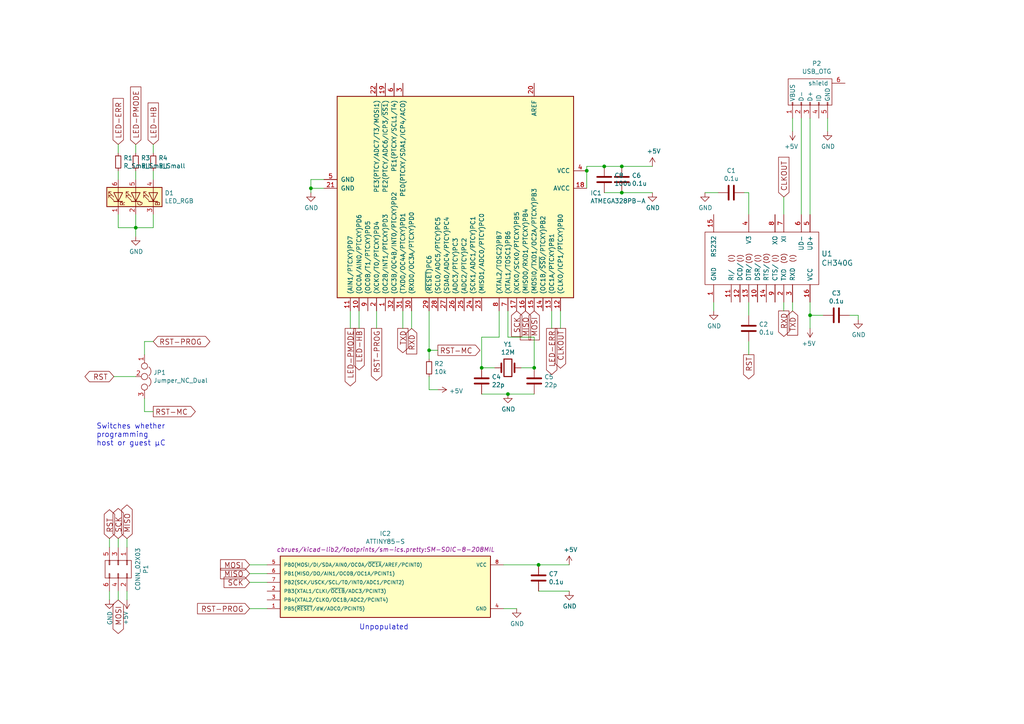
<source format=kicad_sch>
(kicad_sch (version 20230121) (generator eeschema)
  (paper "A4")
  (lib_symbols
    (symbol "ch340g:CH340G" (pin_names (offset 1.016))
      (property "Reference" "U" (at 0 -16.51 0))
      (property "Value" "CH340G" (at 0 19.05 0))
      (symbol "CH340G_0_0"
        (rectangle (start -7.62 17.78) (end 7.62 -15.24))
        (text "(I)" (at 0 -7.62 0) (effects (font (size 1.27 1.27))))
        (text "(I)" (at 0 -5.08 0) (effects (font (size 1.27 1.27))))
        (text "(I)" (at 0 0 0) (effects (font (size 1.27 1.27))))
        (text "(I)" (at 0 5.08 0) (effects (font (size 1.27 1.27))))
        (text "(I)" (at 0 10.16 0) (effects (font (size 1.27 1.27))))
        (text "(O)" (at 0 -2.54 0) (effects (font (size 1.27 1.27))))
        (text "(O)" (at 0 2.54 0) (effects (font (size 1.27 1.27))))
        (text "(O)" (at 0 7.62 0) (effects (font (size 1.27 1.27))))
      )
      (symbol "CH340G_1_1"
        (pin power_in line (at 12.7 -12.7 180) (length 5.08) (name "GND") (number "1"))
        (pin input line (at 12.7 0 180) (length 5.08) (name "DSR/") (number "10"))
        (pin input line (at 12.7 -7.62 180) (length 5.08) (name "RI/") (number "11"))
        (pin input line (at 12.7 -5.08 180) (length 5.08) (name "DCD/") (number "12"))
        (pin output line (at 12.7 -2.54 180) (length 5.08) (name "DTR/") (number "13"))
        (pin output line (at 12.7 2.54 180) (length 5.08) (name "RTS/") (number "14"))
        (pin input line (at -12.7 -12.7 0) (length 5.08) (name "RS232") (number "15"))
        (pin power_in line (at 12.7 15.24 180) (length 5.08) (name "VCC") (number "16"))
        (pin output line (at 12.7 7.62 180) (length 5.08) (name "TXD") (number "2"))
        (pin input line (at 12.7 10.16 180) (length 5.08) (name "RXD") (number "3"))
        (pin power_out line (at -12.7 -2.54 0) (length 5.08) (name "V3") (number "4"))
        (pin bidirectional line (at -12.7 15.24 0) (length 5.08) (name "UD+") (number "5"))
        (pin bidirectional line (at -12.7 12.7 0) (length 5.08) (name "UD-") (number "6"))
        (pin input line (at -12.7 7.62 0) (length 5.08) (name "XI") (number "7"))
        (pin output line (at -12.7 5.08 0) (length 5.08) (name "XO") (number "8"))
        (pin input line (at 12.7 5.08 180) (length 5.08) (name "CTS/") (number "9"))
      )
    )
    (symbol "urchin-rescue:+5V" (power) (pin_names (offset 0))
      (property "Value" "+5V" (at 0 3.556 0))
      (symbol "+5V_0_1"
        (polyline (pts (xy -0.762 1.27) (xy 0 2.54)))
        (polyline (pts (xy 0 0) (xy 0 2.54)))
        (polyline (pts (xy 0 2.54) (xy 0.762 1.27)))
      )
      (symbol "+5V_1_1"
        (pin power_in line (at 0 0 90) (length 0) hide (name "+5V") (number "1"))
      )
    )
    (symbol "urchin-rescue:ATMEGA328PB-A" (pin_names (offset 1.016))
      (property "Reference" "IC" (at -10.16 37.465 0))
      (property "Value" "ATMEGA328PB-A" (at -10.16 35.56 0))
      (symbol "ATMEGA328PB-A_0_1"
        (rectangle (start -29.21 34.29) (end 29.21 -34.29) (stroke (width 0.254)) (fill (type background)))
      )
      (symbol "ATMEGA328PB-A_1_1"
        (pin bidirectional line (at 33.02 -20.32 180) (length 3.81) (name "(OC2B/INT1/PTCXY)PD3") (number "1"))
        (pin bidirectional line (at 33.02 -27.94 180) (length 3.81) (name "(OC0A/AIN0/PTCXY)PD6") (number "10"))
        (pin bidirectional line (at 33.02 -30.48 180) (length 3.81) (name "(AIN1/PTCXY)PD7") (number "11"))
        (pin bidirectional line (at 33.02 30.48 180) (length 3.81) (name "(CLKO/ICP1/PTCXY)PB0") (number "12"))
        (pin bidirectional line (at 33.02 27.94 180) (length 3.81) (name "(OC1A/PTCXY)PB1") (number "13"))
        (pin bidirectional line (at 33.02 25.4 180) (length 3.81) (name "(OC1B/~{SS0}/PTCXY)PB2") (number "14"))
        (pin bidirectional line (at 33.02 22.86 180) (length 3.81) (name "(MOSI0/TXD1/OC2A/PTCXY)PB3") (number "15"))
        (pin bidirectional line (at 33.02 20.32 180) (length 3.81) (name "(MISO0/RXD1/PTCXY)PB4") (number "16"))
        (pin bidirectional line (at 33.02 17.78 180) (length 3.81) (name "(XCK0/SCK0/PTCXY)PB5") (number "17"))
        (pin power_in line (at -2.54 38.1 270) (length 3.81) (name "AVCC") (number "18"))
        (pin bidirectional line (at -33.02 -20.32 0) (length 3.81) (name "PE2(PTCY/ADC6/ICP3/~{SS1})") (number "19"))
        (pin bidirectional line (at 33.02 -22.86 180) (length 3.81) (name "(XCK0/T0/PTCXY)PD4") (number "2"))
        (pin bidirectional line (at -33.02 22.86 0) (length 3.81) (name "AREF") (number "20"))
        (pin power_in line (at -2.54 -38.1 90) (length 3.81) (name "GND") (number "21"))
        (pin bidirectional line (at -33.02 -22.86 0) (length 3.81) (name "PE3(PTCY/ADC7/T3/MOSI1)") (number "22"))
        (pin bidirectional line (at 33.02 7.62 180) (length 3.81) (name "(MISO1/ADC0/PTCY)PC0") (number "23"))
        (pin bidirectional line (at 33.02 5.08 180) (length 3.81) (name "(SCK1/ADC1/PTCY)PC1") (number "24"))
        (pin bidirectional line (at 33.02 2.54 180) (length 3.81) (name "(ADC2/PTCY)PC2") (number "25"))
        (pin bidirectional line (at 33.02 0 180) (length 3.81) (name "(ADC3/PTCY)PC3") (number "26"))
        (pin bidirectional line (at 33.02 -2.54 180) (length 3.81) (name "(SDA0/ADC4/PTCY)PC4") (number "27"))
        (pin bidirectional line (at 33.02 -5.08 180) (length 3.81) (name "(SCL0/ADC5/PTCY)PC5") (number "28"))
        (pin bidirectional line (at 33.02 -7.62 180) (length 3.81) (name "(~{RESET})PC6") (number "29"))
        (pin bidirectional line (at -33.02 -15.24 0) (length 3.81) (name "PE0(PTCXY/SDA1/ICP4/ACO)") (number "3"))
        (pin bidirectional line (at 33.02 -12.7 180) (length 3.81) (name "(RXD0/OC3A/PTCXY)PD0") (number "30"))
        (pin bidirectional line (at 33.02 -15.24 180) (length 3.81) (name "(TXD0/OC4A/PTCXY)PD1") (number "31"))
        (pin bidirectional line (at 33.02 -17.78 180) (length 3.81) (name "(OC3B/OC4B/INT0/PTCXY)PD2") (number "32"))
        (pin power_in line (at -7.62 38.1 270) (length 3.81) (name "VCC") (number "4"))
        (pin power_in line (at -5.08 -38.1 90) (length 3.81) (name "GND") (number "5"))
        (pin bidirectional line (at -33.02 -17.78 0) (length 3.81) (name "PE1(PTCXY/SCL1/T4)") (number "6"))
        (pin bidirectional line (at 33.02 15.24 180) (length 3.81) (name "(XTAL1/TOSC1)PB6") (number "7"))
        (pin bidirectional line (at 33.02 12.7 180) (length 3.81) (name "(XTAL2/TOSC2)PB7") (number "8"))
        (pin bidirectional line (at 33.02 -25.4 180) (length 3.81) (name "(OC0B/T1/PTCXY)PD5") (number "9"))
      )
    )
    (symbol "urchin-rescue:ATTINY85-S" (pin_names (offset 1.016))
      (property "Reference" "IC" (at -29.21 10.16 0))
      (property "Value" "ATTINY85-S" (at 25.4 -10.16 0))
      (property "Footprint" "SO8-200" (at 24.13 0 0))
      (symbol "ATTINY85-S_0_1"
        (rectangle (start -30.48 8.89) (end 30.48 -8.89) (stroke (width 0.254)) (fill (type background)))
      )
      (symbol "ATTINY85-S_1_1"
        (pin bidirectional line (at -34.29 -6.35 0) (length 3.81) (name "PB5(~{RESET}/dW/ADC0/PCINT5)") (number "1"))
        (pin bidirectional line (at -34.29 -1.27 0) (length 3.81) (name "PB3(XTAL1/CLKI/~{OC1B}/ADC3/PCINT3)") (number "2"))
        (pin bidirectional line (at -34.29 -3.81 0) (length 3.81) (name "PB4(XTAL2/CLKO/OC1B/ADC2/PCINT4)") (number "3"))
        (pin power_in line (at 34.29 -6.35 180) (length 3.81) (name "GND") (number "4"))
        (pin bidirectional line (at -34.29 6.35 0) (length 3.81) (name "PB0(MOSI/DI/SDA/AIN0/OC0A/~{OC1A}/AREF/PCINT0)") (number "5"))
        (pin bidirectional line (at -34.29 3.81 0) (length 3.81) (name "PB1(MISO/DO/AIN1/OC0B/OC1A/PCINT1)") (number "6"))
        (pin bidirectional line (at -34.29 1.27 0) (length 3.81) (name "PB2(SCK/USCK/SCL/T0/INT0/ADC1/PCINT2)") (number "7"))
        (pin power_in line (at 34.29 6.35 180) (length 3.81) (name "VCC") (number "8"))
      )
    )
    (symbol "urchin-rescue:C" (pin_numbers hide) (pin_names (offset 0.254))
      (property "Reference" "C" (at 0.635 2.54 0))
      (property "Value" "C" (at 0.635 -2.54 0))
      (symbol "C_0_1"
        (polyline (pts (xy -2.032 -0.762) (xy 2.032 -0.762)) (stroke (width 0.508)))
        (polyline (pts (xy -2.032 0.762) (xy 2.032 0.762)) (stroke (width 0.508)))
      )
      (symbol "C_1_1"
        (pin passive line (at 0 3.81 270) (length 2.794) (name "~") (number "1"))
        (pin passive line (at 0 -3.81 90) (length 2.794) (name "~") (number "2"))
      )
    )
    (symbol "urchin-rescue:CONN_02X03" (pin_names (offset 0.0254) hide)
      (property "Reference" "P" (at 0 5.08 0))
      (property "Value" "CONN_02X03" (at 0 -5.08 0))
      (symbol "CONN_02X03_0_1"
        (rectangle (start -2.54 -2.413) (end -1.27 -2.667))
        (rectangle (start -2.54 0.127) (end -1.27 -0.127))
        (rectangle (start -2.54 2.667) (end -1.27 2.413))
        (rectangle (start -2.54 3.81) (end 2.54 -3.81))
        (rectangle (start 1.27 -2.413) (end 2.54 -2.667))
        (rectangle (start 1.27 0.127) (end 2.54 -0.127))
        (rectangle (start 1.27 2.667) (end 2.54 2.413))
      )
      (symbol "CONN_02X03_1_1"
        (pin passive line (at -6.35 2.54 0) (length 3.81) (name "P1") (number "1"))
        (pin passive line (at 6.35 2.54 180) (length 3.81) (name "P2") (number "2"))
        (pin passive line (at -6.35 0 0) (length 3.81) (name "P3") (number "3"))
        (pin passive line (at 6.35 0 180) (length 3.81) (name "P4") (number "4"))
        (pin passive line (at -6.35 -2.54 0) (length 3.81) (name "P5") (number "5"))
        (pin passive line (at 6.35 -2.54 180) (length 3.81) (name "P6") (number "6"))
      )
    )
    (symbol "urchin-rescue:Crystal" (pin_numbers hide) (pin_names (offset 1.016) hide)
      (property "Reference" "Y" (at 0 3.81 0))
      (property "Value" "Crystal" (at 0 -3.81 0))
      (symbol "Crystal_0_1"
        (rectangle (start -1.143 2.54) (end 1.143 -2.54) (stroke (width 0.3048)))
        (polyline (pts (xy -2.54 0) (xy -1.905 0)))
        (polyline (pts (xy -1.905 -1.27) (xy -1.905 1.27)) (stroke (width 0.508)))
        (polyline (pts (xy 1.905 -1.27) (xy 1.905 1.27)) (stroke (width 0.508)))
        (polyline (pts (xy 2.54 0) (xy 1.905 0)))
      )
      (symbol "Crystal_1_1"
        (pin passive line (at -3.81 0 0) (length 1.27) (name "1") (number "1"))
        (pin passive line (at 3.81 0 180) (length 1.27) (name "2") (number "2"))
      )
    )
    (symbol "urchin-rescue:GND" (power) (pin_names (offset 0))
      (property "Value" "GND" (at 0 -3.81 0))
      (symbol "GND_0_1"
        (polyline (pts (xy 0 0) (xy 0 -1.27) (xy 1.27 -1.27) (xy 0 -2.54) (xy -1.27 -1.27) (xy 0 -1.27)))
      )
      (symbol "GND_1_1"
        (pin power_in line (at 0 0 270) (length 0) hide (name "GND") (number "1"))
      )
    )
    (symbol "urchin-rescue:Jumper_NC_Dual" (pin_names (offset 0.762) hide)
      (property "Reference" "JP" (at 1.27 -2.54 0))
      (property "Value" "Jumper_NC_Dual" (at 0 2.54 0))
      (symbol "Jumper_NC_Dual_0_1"
        (circle (center -3.048 0) (radius 0.889))
        (arc (start -0.254 1.27) (mid -1.524 1.8804) (end -2.794 1.27))
        (circle (center 0 0) (radius 0.9144))
        (arc (start 2.794 1.27) (mid 1.524 1.8804) (end 0.254 1.27))
        (circle (center 3.048 0) (radius 0.889))
        (pin passive line (at -6.35 0 0) (length 2.413) (name "1") (number "1"))
        (pin passive line (at 0 -2.54 90) (length 1.524) (name "2") (number "2"))
        (pin passive line (at 6.35 0 180) (length 2.413) (name "3") (number "3"))
      )
    )
    (symbol "urchin-rescue:LED_RGB" (pin_names (offset 0) hide)
      (property "Reference" "D" (at 0 9.398 0))
      (property "Value" "LED_RGB" (at 0 -8.89 0))
      (symbol "LED_RGB_0_0"
        (text "B" (at -1.905 -6.35 0) (effects (font (size 1.27 1.27))))
        (text "G" (at -1.905 -1.27 0) (effects (font (size 1.27 1.27))))
        (text "R" (at -1.905 3.81 0) (effects (font (size 1.27 1.27))))
      )
      (symbol "LED_RGB_0_1"
        (polyline (pts (xy -1.27 -5.08) (xy -2.54 -5.08)))
        (polyline (pts (xy -1.27 -5.08) (xy 1.27 -5.08)))
        (polyline (pts (xy -1.27 -3.81) (xy -1.27 -6.35)))
        (polyline (pts (xy -1.27 -3.81) (xy -1.27 -6.35)) (stroke (width 0.2032)))
        (polyline (pts (xy -1.27 0) (xy -2.54 0)))
        (polyline (pts (xy -1.27 1.27) (xy -1.27 -1.27)) (stroke (width 0.2032)))
        (polyline (pts (xy -1.27 5.08) (xy -2.54 5.08)))
        (polyline (pts (xy -1.27 5.08) (xy 1.27 5.08)))
        (polyline (pts (xy -1.27 6.35) (xy -1.27 3.81)) (stroke (width 0.2032)))
        (polyline (pts (xy 1.27 -5.08) (xy 2.54 -5.08)))
        (polyline (pts (xy 1.27 0) (xy -1.27 0)))
        (polyline (pts (xy 1.27 0) (xy 2.54 0)))
        (polyline (pts (xy 1.27 5.08) (xy 2.54 5.08)))
        (polyline (pts (xy -1.27 1.27) (xy -1.27 -1.27) (xy -1.27 -1.27)))
        (polyline (pts (xy -1.27 6.35) (xy -1.27 3.81) (xy -1.27 3.81)))
        (polyline (pts (xy 1.27 -3.81) (xy 1.27 -6.35) (xy -1.27 -5.08) (xy 1.27 -3.81)) (stroke (width 0.2032)))
        (polyline (pts (xy 1.27 1.27) (xy 1.27 -1.27) (xy -1.27 0) (xy 1.27 1.27)) (stroke (width 0.2032)))
        (polyline (pts (xy 1.27 6.35) (xy 1.27 3.81) (xy -1.27 5.08) (xy 1.27 6.35)) (stroke (width 0.2032)))
        (polyline (pts (xy -1.016 -3.81) (xy 0.508 -2.286) (xy -0.254 -2.286) (xy 0.508 -2.286) (xy 0.508 -3.048)))
        (polyline (pts (xy -1.016 1.27) (xy 0.508 2.794) (xy -0.254 2.794) (xy 0.508 2.794) (xy 0.508 2.032)))
        (polyline (pts (xy -1.016 6.35) (xy 0.508 7.874) (xy -0.254 7.874) (xy 0.508 7.874) (xy 0.508 7.112)))
        (polyline (pts (xy 0 -3.81) (xy 1.524 -2.286) (xy 0.762 -2.286) (xy 1.524 -2.286) (xy 1.524 -3.048)))
        (polyline (pts (xy 0 1.27) (xy 1.524 2.794) (xy 0.762 2.794) (xy 1.524 2.794) (xy 1.524 2.032)))
        (polyline (pts (xy 0 6.35) (xy 1.524 7.874) (xy 0.762 7.874) (xy 1.524 7.874) (xy 1.524 7.112)))
        (rectangle (start 1.27 -1.27) (end 1.27 1.27))
        (rectangle (start 1.27 1.27) (end 1.27 1.27))
        (rectangle (start 1.27 3.81) (end 1.27 6.35))
        (rectangle (start 1.27 6.35) (end 1.27 6.35))
        (rectangle (start 2.794 8.382) (end -2.794 -7.62) (stroke (width 0.254)) (fill (type background)))
      )
      (symbol "LED_RGB_1_1"
        (pin passive line (at -5.08 5.08 0) (length 2.54) (name "RK") (number "1"))
        (pin passive line (at -5.08 0 0) (length 2.54) (name "GK") (number "2"))
        (pin passive line (at -5.08 -5.08 0) (length 2.54) (name "BK") (number "3"))
        (pin passive line (at 5.08 -5.08 180) (length 2.54) (name "BA") (number "4"))
        (pin passive line (at 5.08 0 180) (length 2.54) (name "GA") (number "5"))
        (pin passive line (at 5.08 5.08 180) (length 2.54) (name "RA") (number "6"))
      )
    )
    (symbol "urchin-rescue:R_Small" (pin_numbers hide) (pin_names (offset 0.254) hide)
      (property "Reference" "R" (at 0.762 0.508 0))
      (property "Value" "R_Small" (at 0.762 -1.016 0))
      (symbol "R_Small_0_1"
        (rectangle (start -0.762 1.778) (end 0.762 -1.778) (stroke (width 0.2032)))
      )
      (symbol "R_Small_1_1"
        (pin passive line (at 0 2.54 270) (length 0.762) (name "~") (number "1"))
        (pin passive line (at 0 -2.54 90) (length 0.762) (name "~") (number "2"))
      )
    )
    (symbol "urchin-rescue:USB_OTG" (pin_names (offset 1.016))
      (property "Reference" "P" (at 8.255 -3.175 0))
      (property "Value" "USB_OTG" (at 0 5.08 0))
      (symbol "USB_OTG_0_1"
        (rectangle (start -6.35 -3.81) (end 6.35 3.81))
        (rectangle (start -5.207 -3.81) (end -4.953 -3.048))
        (rectangle (start -2.667 -3.81) (end -2.413 -3.048))
        (rectangle (start -0.127 -3.81) (end 0.127 -3.048))
        (rectangle (start 2.413 -3.81) (end 2.667 -3.048))
        (rectangle (start 4.953 -3.81) (end 5.207 -3.048))
      )
      (symbol "USB_OTG_1_1"
        (pin power_out line (at -5.08 -7.62 90) (length 3.81) (name "VBUS") (number "1"))
        (pin passive line (at -2.54 -7.62 90) (length 3.81) (name "D-") (number "2"))
        (pin passive line (at 0 -7.62 90) (length 3.81) (name "D+") (number "3"))
        (pin power_in line (at 2.54 -7.62 90) (length 3.81) (name "ID") (number "4"))
        (pin power_in line (at 5.08 -7.62 90) (length 3.81) (name "GND") (number "5"))
        (pin passive line (at 10.16 2.54 180) (length 3.81) (name "shield") (number "6"))
      )
    )
  )
  (junction (at 124.46 101.6))
  (junction (at 175.26 48.26))
  (junction (at 234.95 91.44))
  (junction (at 39.37 66.04))
  (junction (at 139.7 106.68))
  (junction (at 147.32 114.3))
  (junction (at 90.17 54.61))
  (junction (at 180.34 55.88))
  (junction (at 156.21 163.83))
  (junction (at 154.94 106.68))
  (junction (at 180.34 48.26))
  (junction (at 170.18 49.53))
  (wire (pts (xy 72.39 176.53) (xy 77.47 176.53)))
  (wire (pts (xy 175.26 55.88) (xy 180.34 55.88)))
  (wire (pts (xy 39.37 41.91) (xy 39.37 44.45)))
  (wire (pts (xy 229.87 90.17) (xy 229.87 87.63)))
  (wire (pts (xy 34.29 62.23) (xy 34.29 66.04)))
  (wire (pts (xy 39.37 66.04) (xy 39.37 68.58)))
  (wire (pts (xy 227.33 57.15) (xy 227.33 62.23)))
  (wire (pts (xy 93.98 54.61) (xy 90.17 54.61)))
  (wire (pts (xy 39.37 49.53) (xy 39.37 52.07)))
  (wire (pts (xy 36.83 156.21) (xy 36.83 158.75)))
  (wire (pts (xy 146.05 163.83) (xy 156.21 163.83)))
  (wire (pts (xy 162.56 95.25) (xy 162.56 90.17)))
  (wire (pts (xy 170.18 48.26) (xy 170.18 49.53)))
  (wire (pts (xy 119.38 95.25) (xy 119.38 90.17)))
  (wire (pts (xy 146.05 176.53) (xy 149.86 176.53)))
  (wire (pts (xy 44.45 49.53) (xy 44.45 52.07)))
  (wire (pts (xy 139.7 114.3) (xy 147.32 114.3)))
  (wire (pts (xy 208.28 55.88) (xy 204.47 55.88)))
  (wire (pts (xy 41.91 119.38) (xy 44.45 119.38)))
  (wire (pts (xy 160.02 90.17) (xy 160.02 95.25)))
  (wire (pts (xy 31.75 156.21) (xy 31.75 158.75)))
  (wire (pts (xy 215.9 55.88) (xy 217.17 55.88)))
  (wire (pts (xy 234.95 91.44) (xy 234.95 95.25)))
  (wire (pts (xy 234.95 87.63) (xy 234.95 91.44)))
  (wire (pts (xy 36.83 171.45) (xy 36.83 173.99)))
  (wire (pts (xy 139.7 106.68) (xy 143.51 106.68)))
  (wire (pts (xy 246.38 91.44) (xy 248.92 91.44)))
  (wire (pts (xy 124.46 101.6) (xy 124.46 104.14)))
  (wire (pts (xy 151.13 106.68) (xy 154.94 106.68)))
  (wire (pts (xy 109.22 95.25) (xy 109.22 90.17)))
  (wire (pts (xy 238.76 91.44) (xy 234.95 91.44)))
  (wire (pts (xy 175.26 48.26) (xy 180.34 48.26)))
  (wire (pts (xy 72.39 168.91) (xy 77.47 168.91)))
  (wire (pts (xy 90.17 52.07) (xy 93.98 52.07)))
  (wire (pts (xy 144.78 97.79) (xy 139.7 97.79)))
  (wire (pts (xy 44.45 66.04) (xy 44.45 62.23)))
  (wire (pts (xy 39.37 109.22) (xy 33.02 109.22)))
  (wire (pts (xy 240.03 38.1) (xy 240.03 34.29)))
  (wire (pts (xy 217.17 102.87) (xy 217.17 99.06)))
  (wire (pts (xy 232.41 34.29) (xy 232.41 62.23)))
  (wire (pts (xy 207.01 90.17) (xy 207.01 87.63)))
  (wire (pts (xy 72.39 163.83) (xy 77.47 163.83)))
  (wire (pts (xy 39.37 62.23) (xy 39.37 66.04)))
  (wire (pts (xy 154.94 97.79) (xy 154.94 106.68)))
  (wire (pts (xy 41.91 115.57) (xy 41.91 119.38)))
  (wire (pts (xy 34.29 41.91) (xy 34.29 44.45)))
  (wire (pts (xy 144.78 90.17) (xy 144.78 97.79)))
  (wire (pts (xy 34.29 66.04) (xy 39.37 66.04)))
  (wire (pts (xy 229.87 38.1) (xy 229.87 34.29)))
  (wire (pts (xy 180.34 48.26) (xy 189.23 48.26)))
  (wire (pts (xy 104.14 95.25) (xy 104.14 90.17)))
  (wire (pts (xy 147.32 97.79) (xy 154.94 97.79)))
  (wire (pts (xy 147.32 114.3) (xy 154.94 114.3)))
  (wire (pts (xy 101.6 95.25) (xy 101.6 90.17)))
  (wire (pts (xy 234.95 62.23) (xy 234.95 34.29)))
  (wire (pts (xy 248.92 91.44) (xy 248.92 92.71)))
  (wire (pts (xy 139.7 97.79) (xy 139.7 106.68)))
  (wire (pts (xy 217.17 91.44) (xy 217.17 87.63)))
  (wire (pts (xy 31.75 171.45) (xy 31.75 173.99)))
  (wire (pts (xy 156.21 163.83) (xy 165.1 163.83)))
  (wire (pts (xy 34.29 49.53) (xy 34.29 52.07)))
  (wire (pts (xy 44.45 41.91) (xy 44.45 44.45)))
  (wire (pts (xy 90.17 54.61) (xy 90.17 55.88)))
  (wire (pts (xy 170.18 49.53) (xy 170.18 54.61)))
  (wire (pts (xy 41.91 99.06) (xy 44.45 99.06)))
  (wire (pts (xy 170.18 48.26) (xy 175.26 48.26)))
  (wire (pts (xy 217.17 55.88) (xy 217.17 62.23)))
  (wire (pts (xy 127 101.6) (xy 124.46 101.6)))
  (wire (pts (xy 116.84 95.25) (xy 116.84 90.17)))
  (wire (pts (xy 41.91 102.87) (xy 41.91 99.06)))
  (wire (pts (xy 156.21 171.45) (xy 165.1 171.45)))
  (wire (pts (xy 147.32 90.17) (xy 147.32 97.79)))
  (wire (pts (xy 39.37 66.04) (xy 44.45 66.04)))
  (wire (pts (xy 227.33 90.17) (xy 227.33 87.63)))
  (wire (pts (xy 90.17 52.07) (xy 90.17 54.61)))
  (wire (pts (xy 127 113.03) (xy 124.46 113.03)))
  (wire (pts (xy 124.46 113.03) (xy 124.46 109.22)))
  (wire (pts (xy 34.29 171.45) (xy 34.29 173.99)))
  (wire (pts (xy 124.46 90.17) (xy 124.46 101.6)))
  (wire (pts (xy 72.39 166.37) (xy 77.47 166.37)))
  (wire (pts (xy 180.34 55.88) (xy 189.23 55.88)))
  (wire (pts (xy 34.29 156.21) (xy 34.29 158.75)))
  (text "Switches whether\nprogramming\nhost or guest µC" (at 27.94 129.54 0) (effects (font (size 1.524 1.524)) (justify left bottom)))
  (text "Unpopulated" (at 104.14 182.88 0) (effects (font (size 1.524 1.524)) (justify left bottom)))
  (global_label "MOSI" (shape bidirectional) (at 34.29 173.99 270) (effects (font (size 1.524 1.524))) (property "Intersheetrefs" "${INTERSHEET_REFS}" (effects hide)))
  (global_label "RST-PROG" (shape input) (at 72.39 176.53 180) (effects (font (size 1.524 1.524))) (property "Intersheetrefs" "${INTERSHEET_REFS}" (effects hide)))
  (global_label "CLKOUT" (shape output) (at 162.56 95.25 270) (effects (font (size 1.524 1.524))) (property "Intersheetrefs" "${INTERSHEET_REFS}" (effects hide)))
  (global_label "RST" (shape bidirectional) (at 33.02 109.22 180) (effects (font (size 1.524 1.524))) (property "Intersheetrefs" "${INTERSHEET_REFS}" (effects hide)))
  (global_label "MOSI" (shape input) (at 72.39 163.83 180) (effects (font (size 1.524 1.524))) (property "Intersheetrefs" "${INTERSHEET_REFS}" (effects hide)))
  (global_label "MISO" (shape input) (at 152.4 90.17 270) (effects (font (size 1.524 1.524))) (property "Intersheetrefs" "${INTERSHEET_REFS}" (effects hide)))
  (global_label "LED-PMODE" (shape output) (at 101.6 95.25 270) (effects (font (size 1.524 1.524))) (property "Intersheetrefs" "${INTERSHEET_REFS}" (effects hide)))
  (global_label "RXD" (shape input) (at 119.38 95.25 270) (effects (font (size 1.524 1.524))) (property "Intersheetrefs" "${INTERSHEET_REFS}" (effects hide)))
  (global_label "LED-ERR" (shape output) (at 160.02 95.25 270) (effects (font (size 1.524 1.524))) (property "Intersheetrefs" "${INTERSHEET_REFS}" (effects hide)))
  (global_label "LED-HB" (shape output) (at 104.14 95.25 270) (effects (font (size 1.524 1.524))) (property "Intersheetrefs" "${INTERSHEET_REFS}" (effects hide)))
  (global_label "CLKOUT" (shape input) (at 227.33 57.15 90) (effects (font (size 1.524 1.524))) (property "Intersheetrefs" "${INTERSHEET_REFS}" (effects hide)))
  (global_label "RST-PROG" (shape output) (at 109.22 95.25 270) (effects (font (size 1.524 1.524))) (property "Intersheetrefs" "${INTERSHEET_REFS}" (effects hide)))
  (global_label "RXD" (shape output) (at 227.33 90.17 270) (effects (font (size 1.524 1.524))) (property "Intersheetrefs" "${INTERSHEET_REFS}" (effects hide)))
  (global_label "TXD" (shape output) (at 116.84 95.25 270) (effects (font (size 1.524 1.524))) (property "Intersheetrefs" "${INTERSHEET_REFS}" (effects hide)))
  (global_label "RST-MC" (shape output) (at 44.45 119.38 0) (effects (font (size 1.524 1.524))) (property "Intersheetrefs" "${INTERSHEET_REFS}" (effects hide)))
  (global_label "MISO" (shape input) (at 72.39 166.37 180) (effects (font (size 1.524 1.524))) (property "Intersheetrefs" "${INTERSHEET_REFS}" (effects hide)))
  (global_label "MOSI" (shape input) (at 154.94 90.17 270) (effects (font (size 1.524 1.524))) (property "Intersheetrefs" "${INTERSHEET_REFS}" (effects hide)))
  (global_label "SCK" (shape input) (at 149.86 90.17 270) (effects (font (size 1.524 1.524))) (property "Intersheetrefs" "${INTERSHEET_REFS}" (effects hide)))
  (global_label "RST-MC" (shape output) (at 127 101.6 0) (effects (font (size 1.524 1.524))) (property "Intersheetrefs" "${INTERSHEET_REFS}" (effects hide)))
  (global_label "RST" (shape bidirectional) (at 31.75 156.21 90) (effects (font (size 1.524 1.524))) (property "Intersheetrefs" "${INTERSHEET_REFS}" (effects hide)))
  (global_label "TXD" (shape input) (at 229.87 90.17 270) (effects (font (size 1.524 1.524))) (property "Intersheetrefs" "${INTERSHEET_REFS}" (effects hide)))
  (global_label "LED-HB" (shape input) (at 44.45 41.91 90) (effects (font (size 1.524 1.524))) (property "Intersheetrefs" "${INTERSHEET_REFS}" (effects hide)))
  (global_label "RST-PROG" (shape bidirectional) (at 44.45 99.06 0) (effects (font (size 1.524 1.524))) (property "Intersheetrefs" "${INTERSHEET_REFS}" (effects hide)))
  (global_label "LED-ERR" (shape input) (at 34.29 41.91 90) (effects (font (size 1.524 1.524))) (property "Intersheetrefs" "${INTERSHEET_REFS}" (effects hide)))
  (global_label "RST" (shape output) (at 217.17 102.87 270) (effects (font (size 1.524 1.524))) (property "Intersheetrefs" "${INTERSHEET_REFS}" (effects hide)))
  (global_label "MISO" (shape bidirectional) (at 36.83 156.21 90) (effects (font (size 1.524 1.524))) (property "Intersheetrefs" "${INTERSHEET_REFS}" (effects hide)))
  (global_label "LED-PMODE" (shape input) (at 39.37 41.91 90) (effects (font (size 1.524 1.524))) (property "Intersheetrefs" "${INTERSHEET_REFS}" (effects hide)))
  (global_label "SCK" (shape bidirectional) (at 34.29 156.21 90) (effects (font (size 1.524 1.524))) (property "Intersheetrefs" "${INTERSHEET_REFS}" (effects hide)))
  (global_label "SCK" (shape input) (at 72.39 168.91 180) (effects (font (size 1.524 1.524))) (property "Intersheetrefs" "${INTERSHEET_REFS}" (effects hide)))
  (symbol (lib_id "urchin-rescue:ATMEGA328PB-A") (at 132.08 57.15 270) (unit 1)
    (property "Reference" "IC1" (at 171.2214 55.9816 90) (effects (justify left)))
    (property "Value" "ATMEGA328PB-A" (at 171.2214 58.293 90) (effects (justify left)))
    (property "Footprint" "sherifeid/RoboLib.pretty:TQFP32_ATMEGA328P" (effects hide))
  )
  (symbol (lib_id "urchin-rescue:CONN_02X03") (at 34.29 165.1 270) (unit 1)
    (property "Reference" "P1" (at 42.291 165.1 0))
    (property "Value" "CONN_02X03" (at 39.9796 165.1 0))
    (property "Footprint" "urchin:SMD_PIN_HEADER_02x03" (effects hide))
  )
  (symbol (lib_id "urchin-rescue:+5V") (at 36.83 173.99 180) (unit 1)
    (property "Reference" "#PWR01" (effects hide))
    (property "Value" "+5V" (at 36.449 177.2412 90) (effects (justify left)))
  )
  (symbol (lib_id "urchin-rescue:GND") (at 31.75 173.99 0) (unit 1)
    (property "Reference" "#PWR02" (effects hide))
    (property "Value" "GND" (at 31.877 177.2412 90) (effects (justify right)))
  )
  (symbol (lib_id "urchin-rescue:GND") (at 90.17 55.88 0) (unit 1)
    (property "Reference" "#PWR03" (effects hide))
    (property "Value" "GND" (at 90.297 60.2742 0))
  )
  (symbol (lib_id "urchin-rescue:GND") (at 189.23 55.88 0) (unit 1)
    (property "Reference" "#PWR04" (effects hide))
    (property "Value" "GND" (at 189.357 60.2742 0))
  )
  (symbol (lib_id "urchin-rescue:+5V") (at 189.23 48.26 0) (unit 1)
    (property "Reference" "#PWR05" (effects hide))
    (property "Value" "+5V" (at 189.611 43.8658 0))
  )
  (symbol (lib_id "urchin-rescue:C") (at 180.34 52.07 0) (unit 1)
    (property "Reference" "C6" (at 183.261 50.9016 0) (effects (justify left)))
    (property "Value" "0.1u" (at 183.261 53.213 0) (effects (justify left)))
    (property "Footprint" "KiCad/Capacitors_SMD.pretty:C_0805_HandSoldering" (effects hide))
  )
  (symbol (lib_id "urchin-rescue:Jumper_NC_Dual") (at 41.91 109.22 270) (unit 1)
    (property "Reference" "JP1" (at 44.4754 108.0516 90) (effects (justify left)))
    (property "Value" "Jumper_NC_Dual" (at 44.4754 110.363 90) (effects (justify left)))
    (property "Footprint" "KiCad/Pin_Headers.pretty:Pin_Header_Straight_1x03_Pitch2.54mm_SMD_Pin1Left" (effects hide))
  )
  (symbol (lib_id "ch340g:CH340G") (at 219.71 74.93 270) (unit 1)
    (property "Reference" "U1" (at 238.2012 73.5838 90) (effects (font (size 1.524 1.524)) (justify left)))
    (property "Value" "CH340G" (at 238.2012 76.2762 90) (effects (font (size 1.524 1.524)) (justify left)))
    (property "Footprint" "Housings_SOIC:SOIC-16_3.9x9.9mm_Pitch1.27mm" (effects hide))
  )
  (symbol (lib_id "urchin-rescue:C") (at 217.17 95.25 0) (unit 1)
    (property "Reference" "C2" (at 220.091 94.0816 0) (effects (justify left)))
    (property "Value" "0.1u" (at 220.091 96.393 0) (effects (justify left)))
    (property "Footprint" "KiCad/Capacitors_SMD.pretty:C_0805_HandSoldering" (effects hide))
  )
  (symbol (lib_id "urchin-rescue:R_Small") (at 124.46 106.68 0) (unit 1)
    (property "Reference" "R2" (at 125.9586 105.5116 0) (effects (justify left)))
    (property "Value" "10k" (at 125.9586 107.823 0) (effects (justify left)))
    (property "Footprint" "Resistors_SMD:R_0805_HandSoldering" (effects hide))
  )
  (symbol (lib_id "urchin-rescue:+5V") (at 127 113.03 270) (unit 1)
    (property "Reference" "#PWR06" (effects hide))
    (property "Value" "+5V" (at 130.2512 113.411 90) (effects (justify left)))
  )
  (symbol (lib_id "urchin-rescue:C") (at 212.09 55.88 90) (unit 1)
    (property "Reference" "C1" (at 212.09 49.4792 90))
    (property "Value" "0.1u" (at 212.09 51.7906 90))
    (property "Footprint" "KiCad/Capacitors_SMD.pretty:C_0805_HandSoldering" (effects hide))
  )
  (symbol (lib_id "urchin-rescue:GND") (at 204.47 55.88 0) (unit 1)
    (property "Reference" "#PWR07" (effects hide))
    (property "Value" "GND" (at 204.597 60.2742 0))
  )
  (symbol (lib_id "urchin-rescue:GND") (at 207.01 90.17 0) (unit 1)
    (property "Reference" "#PWR08" (effects hide))
    (property "Value" "GND" (at 207.137 94.5642 0))
  )
  (symbol (lib_id "urchin-rescue:C") (at 242.57 91.44 90) (unit 1)
    (property "Reference" "C3" (at 242.57 85.0392 90))
    (property "Value" "0.1u" (at 242.57 87.3506 90))
    (property "Footprint" "KiCad/Capacitors_SMD.pretty:C_0805_HandSoldering" (effects hide))
  )
  (symbol (lib_id "urchin-rescue:GND") (at 248.92 92.71 0) (unit 1)
    (property "Reference" "#PWR09" (effects hide))
    (property "Value" "GND" (at 249.047 97.1042 0))
  )
  (symbol (lib_id "urchin-rescue:+5V") (at 234.95 95.25 180) (unit 1)
    (property "Reference" "#PWR010" (effects hide))
    (property "Value" "+5V" (at 234.569 99.6442 0))
  )
  (symbol (lib_id "urchin-rescue:USB_OTG") (at 234.95 26.67 0) (unit 1)
    (property "Reference" "P2" (at 236.8804 18.415 0))
    (property "Value" "USB_OTG" (at 236.8804 20.7264 0))
    (property "Footprint" "urchin:MICRO-B_USB-INVERTED" (effects hide))
  )
  (symbol (lib_id "urchin-rescue:GND") (at 240.03 38.1 0) (unit 1)
    (property "Reference" "#PWR011" (effects hide))
    (property "Value" "GND" (at 240.157 42.4942 0))
  )
  (symbol (lib_id "urchin-rescue:+5V") (at 229.87 38.1 180) (unit 1)
    (property "Reference" "#PWR012" (effects hide))
    (property "Value" "+5V" (at 229.489 42.4942 0))
  )
  (symbol (lib_id "urchin-rescue:ATTINY85-S") (at 111.76 170.18 0) (unit 1)
    (property "Reference" "IC2" (at 111.76 154.7622 0))
    (property "Value" "ATTINY85-S" (at 111.76 157.0736 0))
    (property "Footprint" "cbrues/kicad-lib2/footprints/sm-ics.pretty:SM-SOIC-8-208MIL" (at 111.76 159.385 0) (effects (font italic)))
  )
  (symbol (lib_id "urchin-rescue:GND") (at 165.1 171.45 0) (unit 1)
    (property "Reference" "#PWR013" (effects hide))
    (property "Value" "GND" (at 165.227 175.8442 0))
  )
  (symbol (lib_id "urchin-rescue:+5V") (at 165.1 163.83 0) (unit 1)
    (property "Reference" "#PWR014" (effects hide))
    (property "Value" "+5V" (at 165.481 159.4358 0))
  )
  (symbol (lib_id "urchin-rescue:C") (at 156.21 167.64 0) (unit 1)
    (property "Reference" "C7" (at 159.131 166.4716 0) (effects (justify left)))
    (property "Value" "0.1u" (at 159.131 168.783 0) (effects (justify left)))
    (property "Footprint" "KiCad/Capacitors_SMD.pretty:C_0805_HandSoldering" (effects hide))
  )
  (symbol (lib_id "urchin-rescue:GND") (at 149.86 176.53 0) (unit 1)
    (property "Reference" "#PWR015" (effects hide))
    (property "Value" "GND" (at 149.987 180.9242 0))
  )
  (symbol (lib_id "urchin-rescue:LED_RGB") (at 39.37 57.15 90) (unit 1)
    (property "Reference" "D1" (at 47.752 55.9816 90) (effects (justify right)))
    (property "Value" "LED_RGB" (at 47.752 58.293 90) (effects (justify right)))
    (property "Footprint" "urchin:SLV6A-FKB" (effects hide))
  )
  (symbol (lib_id "urchin-rescue:R_Small") (at 34.29 46.99 0) (unit 1)
    (property "Reference" "R1" (at 35.7886 45.8216 0) (effects (justify left)))
    (property "Value" "R_Small" (at 35.7886 48.133 0) (effects (justify left)))
    (property "Footprint" "Resistors_SMD:R_0805_HandSoldering" (effects hide))
  )
  (symbol (lib_id "urchin-rescue:R_Small") (at 39.37 46.99 0) (unit 1)
    (property "Reference" "R3" (at 40.8686 45.8216 0) (effects (justify left)))
    (property "Value" "R_Small" (at 40.8686 48.133 0) (effects (justify left)))
    (property "Footprint" "Resistors_SMD:R_0805_HandSoldering" (effects hide))
  )
  (symbol (lib_id "urchin-rescue:R_Small") (at 44.45 46.99 0) (unit 1)
    (property "Reference" "R4" (at 45.9486 45.8216 0) (effects (justify left)))
    (property "Value" "R_Small" (at 45.9486 48.133 0) (effects (justify left)))
    (property "Footprint" "Resistors_SMD:R_0805_HandSoldering" (effects hide))
  )
  (symbol (lib_id "urchin-rescue:GND") (at 39.37 68.58 0) (unit 1)
    (property "Reference" "#PWR016" (effects hide))
    (property "Value" "GND" (at 39.497 72.9742 0))
  )
  (symbol (lib_id "urchin-rescue:Crystal") (at 147.32 106.68 0) (unit 1)
    (property "Reference" "Y1" (at 147.32 99.8728 0))
    (property "Value" "12M" (at 147.32 102.1842 0))
    (property "Footprint" "Crystals:Crystal_SMD_HC49-SD" (effects hide))
  )
  (symbol (lib_id "urchin-rescue:C") (at 154.94 110.49 0) (unit 1)
    (property "Reference" "C5" (at 157.861 109.3216 0) (effects (justify left)))
    (property "Value" "22p" (at 157.861 111.633 0) (effects (justify left)))
    (property "Footprint" "KiCad/Capacitors_SMD.pretty:C_0805_HandSoldering" (effects hide))
  )
  (symbol (lib_id "urchin-rescue:C") (at 139.7 110.49 0) (unit 1)
    (property "Reference" "C4" (at 142.621 109.3216 0) (effects (justify left)))
    (property "Value" "22p" (at 142.621 111.633 0) (effects (justify left)))
    (property "Footprint" "KiCad/Capacitors_SMD.pretty:C_0805_HandSoldering" (effects hide))
  )
  (symbol (lib_id "urchin-rescue:GND") (at 147.32 114.3 0) (unit 1)
    (property "Reference" "#PWR017" (effects hide))
    (property "Value" "GND" (at 147.447 118.6942 0))
  )
  (symbol (lib_id "urchin-rescue:C") (at 175.26 52.07 0) (unit 1)
    (property "Reference" "C8" (at 178.181 50.9016 0) (effects (justify left)))
    (property "Value" "100u" (at 178.181 53.213 0) (effects (justify left)))
    (property "Footprint" "apexelectrix/apex-smd-resistors.pretty:R_1206_HandSoldering" (effects hide))
  )
)
</source>
